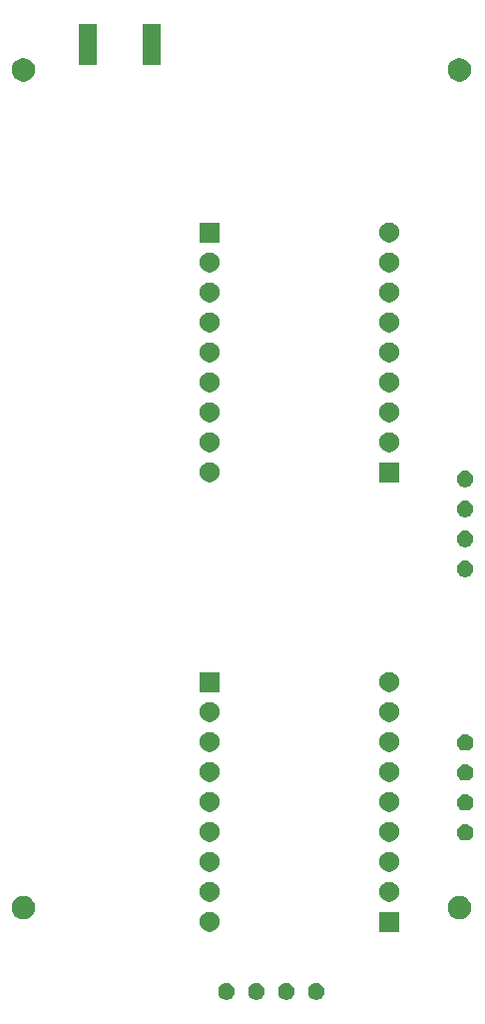
<source format=gbr>
G04 #@! TF.GenerationSoftware,KiCad,Pcbnew,9.0.0*
G04 #@! TF.CreationDate,2025-10-14T13:06:04-06:00*
G04 #@! TF.ProjectId,main_board,6d61696e-5f62-46f6-9172-642e6b696361,rev?*
G04 #@! TF.SameCoordinates,Original*
G04 #@! TF.FileFunction,Soldermask,Bot*
G04 #@! TF.FilePolarity,Negative*
%FSLAX46Y46*%
G04 Gerber Fmt 4.6, Leading zero omitted, Abs format (unit mm)*
G04 Created by KiCad (PCBNEW 9.0.0) date 2025-10-14 13:06:04*
%MOMM*%
%LPD*%
G01*
G04 APERTURE LIST*
G04 APERTURE END LIST*
G36*
X139652764Y-148651577D02*
G01*
X139779271Y-148703978D01*
X139893124Y-148780052D01*
X139989948Y-148876876D01*
X140066022Y-148990729D01*
X140118423Y-149117236D01*
X140145137Y-149251535D01*
X140145137Y-149388465D01*
X140118423Y-149522764D01*
X140066022Y-149649271D01*
X139989948Y-149763124D01*
X139893124Y-149859948D01*
X139779271Y-149936022D01*
X139652764Y-149988423D01*
X139518465Y-150015137D01*
X139381535Y-150015137D01*
X139247236Y-149988423D01*
X139120729Y-149936022D01*
X139006876Y-149859948D01*
X138910052Y-149763124D01*
X138833978Y-149649271D01*
X138781577Y-149522764D01*
X138754863Y-149388465D01*
X138754863Y-149251535D01*
X138781577Y-149117236D01*
X138833978Y-148990729D01*
X138910052Y-148876876D01*
X139006876Y-148780052D01*
X139120729Y-148703978D01*
X139247236Y-148651577D01*
X139381535Y-148624863D01*
X139518465Y-148624863D01*
X139652764Y-148651577D01*
G37*
G36*
X142192764Y-148651577D02*
G01*
X142319271Y-148703978D01*
X142433124Y-148780052D01*
X142529948Y-148876876D01*
X142606022Y-148990729D01*
X142658423Y-149117236D01*
X142685137Y-149251535D01*
X142685137Y-149388465D01*
X142658423Y-149522764D01*
X142606022Y-149649271D01*
X142529948Y-149763124D01*
X142433124Y-149859948D01*
X142319271Y-149936022D01*
X142192764Y-149988423D01*
X142058465Y-150015137D01*
X141921535Y-150015137D01*
X141787236Y-149988423D01*
X141660729Y-149936022D01*
X141546876Y-149859948D01*
X141450052Y-149763124D01*
X141373978Y-149649271D01*
X141321577Y-149522764D01*
X141294863Y-149388465D01*
X141294863Y-149251535D01*
X141321577Y-149117236D01*
X141373978Y-148990729D01*
X141450052Y-148876876D01*
X141546876Y-148780052D01*
X141660729Y-148703978D01*
X141787236Y-148651577D01*
X141921535Y-148624863D01*
X142058465Y-148624863D01*
X142192764Y-148651577D01*
G37*
G36*
X144732764Y-148651577D02*
G01*
X144859271Y-148703978D01*
X144973124Y-148780052D01*
X145069948Y-148876876D01*
X145146022Y-148990729D01*
X145198423Y-149117236D01*
X145225137Y-149251535D01*
X145225137Y-149388465D01*
X145198423Y-149522764D01*
X145146022Y-149649271D01*
X145069948Y-149763124D01*
X144973124Y-149859948D01*
X144859271Y-149936022D01*
X144732764Y-149988423D01*
X144598465Y-150015137D01*
X144461535Y-150015137D01*
X144327236Y-149988423D01*
X144200729Y-149936022D01*
X144086876Y-149859948D01*
X143990052Y-149763124D01*
X143913978Y-149649271D01*
X143861577Y-149522764D01*
X143834863Y-149388465D01*
X143834863Y-149251535D01*
X143861577Y-149117236D01*
X143913978Y-148990729D01*
X143990052Y-148876876D01*
X144086876Y-148780052D01*
X144200729Y-148703978D01*
X144327236Y-148651577D01*
X144461535Y-148624863D01*
X144598465Y-148624863D01*
X144732764Y-148651577D01*
G37*
G36*
X147272764Y-148651577D02*
G01*
X147399271Y-148703978D01*
X147513124Y-148780052D01*
X147609948Y-148876876D01*
X147686022Y-148990729D01*
X147738423Y-149117236D01*
X147765137Y-149251535D01*
X147765137Y-149388465D01*
X147738423Y-149522764D01*
X147686022Y-149649271D01*
X147609948Y-149763124D01*
X147513124Y-149859948D01*
X147399271Y-149936022D01*
X147272764Y-149988423D01*
X147138465Y-150015137D01*
X147001535Y-150015137D01*
X146867236Y-149988423D01*
X146740729Y-149936022D01*
X146626876Y-149859948D01*
X146530052Y-149763124D01*
X146453978Y-149649271D01*
X146401577Y-149522764D01*
X146374863Y-149388465D01*
X146374863Y-149251535D01*
X146401577Y-149117236D01*
X146453978Y-148990729D01*
X146530052Y-148876876D01*
X146626876Y-148780052D01*
X146740729Y-148703978D01*
X146867236Y-148651577D01*
X147001535Y-148624863D01*
X147138465Y-148624863D01*
X147272764Y-148651577D01*
G37*
G36*
X154120000Y-144260000D02*
G01*
X152420000Y-144260000D01*
X152420000Y-142560000D01*
X154120000Y-142560000D01*
X154120000Y-144260000D01*
G37*
G36*
X138276742Y-142596601D02*
G01*
X138430687Y-142660367D01*
X138569234Y-142752941D01*
X138687059Y-142870766D01*
X138779633Y-143009313D01*
X138843399Y-143163258D01*
X138875907Y-143326685D01*
X138875907Y-143493315D01*
X138843399Y-143656742D01*
X138779633Y-143810687D01*
X138687059Y-143949234D01*
X138569234Y-144067059D01*
X138430687Y-144159633D01*
X138276742Y-144223399D01*
X138113315Y-144255907D01*
X137946685Y-144255907D01*
X137783258Y-144223399D01*
X137629313Y-144159633D01*
X137490766Y-144067059D01*
X137372941Y-143949234D01*
X137280367Y-143810687D01*
X137216601Y-143656742D01*
X137184093Y-143493315D01*
X137184093Y-143326685D01*
X137216601Y-143163258D01*
X137280367Y-143009313D01*
X137372941Y-142870766D01*
X137490766Y-142752941D01*
X137629313Y-142660367D01*
X137783258Y-142596601D01*
X137946685Y-142564093D01*
X138113315Y-142564093D01*
X138276742Y-142596601D01*
G37*
G36*
X122520285Y-141263060D02*
G01*
X122701397Y-141338079D01*
X122864393Y-141446990D01*
X123003010Y-141585607D01*
X123111921Y-141748603D01*
X123186940Y-141929715D01*
X123225185Y-142121983D01*
X123225185Y-142318017D01*
X123186940Y-142510285D01*
X123111921Y-142691397D01*
X123003010Y-142854393D01*
X122864393Y-142993010D01*
X122701397Y-143101921D01*
X122520285Y-143176940D01*
X122328017Y-143215185D01*
X122131983Y-143215185D01*
X121939715Y-143176940D01*
X121758603Y-143101921D01*
X121595607Y-142993010D01*
X121456990Y-142854393D01*
X121348079Y-142691397D01*
X121273060Y-142510285D01*
X121234815Y-142318017D01*
X121234815Y-142121983D01*
X121273060Y-141929715D01*
X121348079Y-141748603D01*
X121456990Y-141585607D01*
X121595607Y-141446990D01*
X121758603Y-141338079D01*
X121939715Y-141263060D01*
X122131983Y-141224815D01*
X122328017Y-141224815D01*
X122520285Y-141263060D01*
G37*
G36*
X159520285Y-141263060D02*
G01*
X159701397Y-141338079D01*
X159864393Y-141446990D01*
X160003010Y-141585607D01*
X160111921Y-141748603D01*
X160186940Y-141929715D01*
X160225185Y-142121983D01*
X160225185Y-142318017D01*
X160186940Y-142510285D01*
X160111921Y-142691397D01*
X160003010Y-142854393D01*
X159864393Y-142993010D01*
X159701397Y-143101921D01*
X159520285Y-143176940D01*
X159328017Y-143215185D01*
X159131983Y-143215185D01*
X158939715Y-143176940D01*
X158758603Y-143101921D01*
X158595607Y-142993010D01*
X158456990Y-142854393D01*
X158348079Y-142691397D01*
X158273060Y-142510285D01*
X158234815Y-142318017D01*
X158234815Y-142121983D01*
X158273060Y-141929715D01*
X158348079Y-141748603D01*
X158456990Y-141585607D01*
X158595607Y-141446990D01*
X158758603Y-141338079D01*
X158939715Y-141263060D01*
X159131983Y-141224815D01*
X159328017Y-141224815D01*
X159520285Y-141263060D01*
G37*
G36*
X138276742Y-140056601D02*
G01*
X138430687Y-140120367D01*
X138569234Y-140212941D01*
X138687059Y-140330766D01*
X138779633Y-140469313D01*
X138843399Y-140623258D01*
X138875907Y-140786685D01*
X138875907Y-140953315D01*
X138843399Y-141116742D01*
X138779633Y-141270687D01*
X138687059Y-141409234D01*
X138569234Y-141527059D01*
X138430687Y-141619633D01*
X138276742Y-141683399D01*
X138113315Y-141715907D01*
X137946685Y-141715907D01*
X137783258Y-141683399D01*
X137629313Y-141619633D01*
X137490766Y-141527059D01*
X137372941Y-141409234D01*
X137280367Y-141270687D01*
X137216601Y-141116742D01*
X137184093Y-140953315D01*
X137184093Y-140786685D01*
X137216601Y-140623258D01*
X137280367Y-140469313D01*
X137372941Y-140330766D01*
X137490766Y-140212941D01*
X137629313Y-140120367D01*
X137783258Y-140056601D01*
X137946685Y-140024093D01*
X138113315Y-140024093D01*
X138276742Y-140056601D01*
G37*
G36*
X153516742Y-140056601D02*
G01*
X153670687Y-140120367D01*
X153809234Y-140212941D01*
X153927059Y-140330766D01*
X154019633Y-140469313D01*
X154083399Y-140623258D01*
X154115907Y-140786685D01*
X154115907Y-140953315D01*
X154083399Y-141116742D01*
X154019633Y-141270687D01*
X153927059Y-141409234D01*
X153809234Y-141527059D01*
X153670687Y-141619633D01*
X153516742Y-141683399D01*
X153353315Y-141715907D01*
X153186685Y-141715907D01*
X153023258Y-141683399D01*
X152869313Y-141619633D01*
X152730766Y-141527059D01*
X152612941Y-141409234D01*
X152520367Y-141270687D01*
X152456601Y-141116742D01*
X152424093Y-140953315D01*
X152424093Y-140786685D01*
X152456601Y-140623258D01*
X152520367Y-140469313D01*
X152612941Y-140330766D01*
X152730766Y-140212941D01*
X152869313Y-140120367D01*
X153023258Y-140056601D01*
X153186685Y-140024093D01*
X153353315Y-140024093D01*
X153516742Y-140056601D01*
G37*
G36*
X138276742Y-137516601D02*
G01*
X138430687Y-137580367D01*
X138569234Y-137672941D01*
X138687059Y-137790766D01*
X138779633Y-137929313D01*
X138843399Y-138083258D01*
X138875907Y-138246685D01*
X138875907Y-138413315D01*
X138843399Y-138576742D01*
X138779633Y-138730687D01*
X138687059Y-138869234D01*
X138569234Y-138987059D01*
X138430687Y-139079633D01*
X138276742Y-139143399D01*
X138113315Y-139175907D01*
X137946685Y-139175907D01*
X137783258Y-139143399D01*
X137629313Y-139079633D01*
X137490766Y-138987059D01*
X137372941Y-138869234D01*
X137280367Y-138730687D01*
X137216601Y-138576742D01*
X137184093Y-138413315D01*
X137184093Y-138246685D01*
X137216601Y-138083258D01*
X137280367Y-137929313D01*
X137372941Y-137790766D01*
X137490766Y-137672941D01*
X137629313Y-137580367D01*
X137783258Y-137516601D01*
X137946685Y-137484093D01*
X138113315Y-137484093D01*
X138276742Y-137516601D01*
G37*
G36*
X153516742Y-137516601D02*
G01*
X153670687Y-137580367D01*
X153809234Y-137672941D01*
X153927059Y-137790766D01*
X154019633Y-137929313D01*
X154083399Y-138083258D01*
X154115907Y-138246685D01*
X154115907Y-138413315D01*
X154083399Y-138576742D01*
X154019633Y-138730687D01*
X153927059Y-138869234D01*
X153809234Y-138987059D01*
X153670687Y-139079633D01*
X153516742Y-139143399D01*
X153353315Y-139175907D01*
X153186685Y-139175907D01*
X153023258Y-139143399D01*
X152869313Y-139079633D01*
X152730766Y-138987059D01*
X152612941Y-138869234D01*
X152520367Y-138730687D01*
X152456601Y-138576742D01*
X152424093Y-138413315D01*
X152424093Y-138246685D01*
X152456601Y-138083258D01*
X152520367Y-137929313D01*
X152612941Y-137790766D01*
X152730766Y-137672941D01*
X152869313Y-137580367D01*
X153023258Y-137516601D01*
X153186685Y-137484093D01*
X153353315Y-137484093D01*
X153516742Y-137516601D01*
G37*
G36*
X138276742Y-134976601D02*
G01*
X138430687Y-135040367D01*
X138569234Y-135132941D01*
X138687059Y-135250766D01*
X138779633Y-135389313D01*
X138843399Y-135543258D01*
X138875907Y-135706685D01*
X138875907Y-135873315D01*
X138843399Y-136036742D01*
X138779633Y-136190687D01*
X138687059Y-136329234D01*
X138569234Y-136447059D01*
X138430687Y-136539633D01*
X138276742Y-136603399D01*
X138113315Y-136635907D01*
X137946685Y-136635907D01*
X137783258Y-136603399D01*
X137629313Y-136539633D01*
X137490766Y-136447059D01*
X137372941Y-136329234D01*
X137280367Y-136190687D01*
X137216601Y-136036742D01*
X137184093Y-135873315D01*
X137184093Y-135706685D01*
X137216601Y-135543258D01*
X137280367Y-135389313D01*
X137372941Y-135250766D01*
X137490766Y-135132941D01*
X137629313Y-135040367D01*
X137783258Y-134976601D01*
X137946685Y-134944093D01*
X138113315Y-134944093D01*
X138276742Y-134976601D01*
G37*
G36*
X153516742Y-134976601D02*
G01*
X153670687Y-135040367D01*
X153809234Y-135132941D01*
X153927059Y-135250766D01*
X154019633Y-135389313D01*
X154083399Y-135543258D01*
X154115907Y-135706685D01*
X154115907Y-135873315D01*
X154083399Y-136036742D01*
X154019633Y-136190687D01*
X153927059Y-136329234D01*
X153809234Y-136447059D01*
X153670687Y-136539633D01*
X153516742Y-136603399D01*
X153353315Y-136635907D01*
X153186685Y-136635907D01*
X153023258Y-136603399D01*
X152869313Y-136539633D01*
X152730766Y-136447059D01*
X152612941Y-136329234D01*
X152520367Y-136190687D01*
X152456601Y-136036742D01*
X152424093Y-135873315D01*
X152424093Y-135706685D01*
X152456601Y-135543258D01*
X152520367Y-135389313D01*
X152612941Y-135250766D01*
X152730766Y-135132941D01*
X152869313Y-135040367D01*
X153023258Y-134976601D01*
X153186685Y-134944093D01*
X153353315Y-134944093D01*
X153516742Y-134976601D01*
G37*
G36*
X159932764Y-135181577D02*
G01*
X160059271Y-135233978D01*
X160173124Y-135310052D01*
X160269948Y-135406876D01*
X160346022Y-135520729D01*
X160398423Y-135647236D01*
X160425137Y-135781535D01*
X160425137Y-135918465D01*
X160398423Y-136052764D01*
X160346022Y-136179271D01*
X160269948Y-136293124D01*
X160173124Y-136389948D01*
X160059271Y-136466022D01*
X159932764Y-136518423D01*
X159798465Y-136545137D01*
X159661535Y-136545137D01*
X159527236Y-136518423D01*
X159400729Y-136466022D01*
X159286876Y-136389948D01*
X159190052Y-136293124D01*
X159113978Y-136179271D01*
X159061577Y-136052764D01*
X159034863Y-135918465D01*
X159034863Y-135781535D01*
X159061577Y-135647236D01*
X159113978Y-135520729D01*
X159190052Y-135406876D01*
X159286876Y-135310052D01*
X159400729Y-135233978D01*
X159527236Y-135181577D01*
X159661535Y-135154863D01*
X159798465Y-135154863D01*
X159932764Y-135181577D01*
G37*
G36*
X138276742Y-132436601D02*
G01*
X138430687Y-132500367D01*
X138569234Y-132592941D01*
X138687059Y-132710766D01*
X138779633Y-132849313D01*
X138843399Y-133003258D01*
X138875907Y-133166685D01*
X138875907Y-133333315D01*
X138843399Y-133496742D01*
X138779633Y-133650687D01*
X138687059Y-133789234D01*
X138569234Y-133907059D01*
X138430687Y-133999633D01*
X138276742Y-134063399D01*
X138113315Y-134095907D01*
X137946685Y-134095907D01*
X137783258Y-134063399D01*
X137629313Y-133999633D01*
X137490766Y-133907059D01*
X137372941Y-133789234D01*
X137280367Y-133650687D01*
X137216601Y-133496742D01*
X137184093Y-133333315D01*
X137184093Y-133166685D01*
X137216601Y-133003258D01*
X137280367Y-132849313D01*
X137372941Y-132710766D01*
X137490766Y-132592941D01*
X137629313Y-132500367D01*
X137783258Y-132436601D01*
X137946685Y-132404093D01*
X138113315Y-132404093D01*
X138276742Y-132436601D01*
G37*
G36*
X153516742Y-132436601D02*
G01*
X153670687Y-132500367D01*
X153809234Y-132592941D01*
X153927059Y-132710766D01*
X154019633Y-132849313D01*
X154083399Y-133003258D01*
X154115907Y-133166685D01*
X154115907Y-133333315D01*
X154083399Y-133496742D01*
X154019633Y-133650687D01*
X153927059Y-133789234D01*
X153809234Y-133907059D01*
X153670687Y-133999633D01*
X153516742Y-134063399D01*
X153353315Y-134095907D01*
X153186685Y-134095907D01*
X153023258Y-134063399D01*
X152869313Y-133999633D01*
X152730766Y-133907059D01*
X152612941Y-133789234D01*
X152520367Y-133650687D01*
X152456601Y-133496742D01*
X152424093Y-133333315D01*
X152424093Y-133166685D01*
X152456601Y-133003258D01*
X152520367Y-132849313D01*
X152612941Y-132710766D01*
X152730766Y-132592941D01*
X152869313Y-132500367D01*
X153023258Y-132436601D01*
X153186685Y-132404093D01*
X153353315Y-132404093D01*
X153516742Y-132436601D01*
G37*
G36*
X159932764Y-132641577D02*
G01*
X160059271Y-132693978D01*
X160173124Y-132770052D01*
X160269948Y-132866876D01*
X160346022Y-132980729D01*
X160398423Y-133107236D01*
X160425137Y-133241535D01*
X160425137Y-133378465D01*
X160398423Y-133512764D01*
X160346022Y-133639271D01*
X160269948Y-133753124D01*
X160173124Y-133849948D01*
X160059271Y-133926022D01*
X159932764Y-133978423D01*
X159798465Y-134005137D01*
X159661535Y-134005137D01*
X159527236Y-133978423D01*
X159400729Y-133926022D01*
X159286876Y-133849948D01*
X159190052Y-133753124D01*
X159113978Y-133639271D01*
X159061577Y-133512764D01*
X159034863Y-133378465D01*
X159034863Y-133241535D01*
X159061577Y-133107236D01*
X159113978Y-132980729D01*
X159190052Y-132866876D01*
X159286876Y-132770052D01*
X159400729Y-132693978D01*
X159527236Y-132641577D01*
X159661535Y-132614863D01*
X159798465Y-132614863D01*
X159932764Y-132641577D01*
G37*
G36*
X138276742Y-129896601D02*
G01*
X138430687Y-129960367D01*
X138569234Y-130052941D01*
X138687059Y-130170766D01*
X138779633Y-130309313D01*
X138843399Y-130463258D01*
X138875907Y-130626685D01*
X138875907Y-130793315D01*
X138843399Y-130956742D01*
X138779633Y-131110687D01*
X138687059Y-131249234D01*
X138569234Y-131367059D01*
X138430687Y-131459633D01*
X138276742Y-131523399D01*
X138113315Y-131555907D01*
X137946685Y-131555907D01*
X137783258Y-131523399D01*
X137629313Y-131459633D01*
X137490766Y-131367059D01*
X137372941Y-131249234D01*
X137280367Y-131110687D01*
X137216601Y-130956742D01*
X137184093Y-130793315D01*
X137184093Y-130626685D01*
X137216601Y-130463258D01*
X137280367Y-130309313D01*
X137372941Y-130170766D01*
X137490766Y-130052941D01*
X137629313Y-129960367D01*
X137783258Y-129896601D01*
X137946685Y-129864093D01*
X138113315Y-129864093D01*
X138276742Y-129896601D01*
G37*
G36*
X153516742Y-129896601D02*
G01*
X153670687Y-129960367D01*
X153809234Y-130052941D01*
X153927059Y-130170766D01*
X154019633Y-130309313D01*
X154083399Y-130463258D01*
X154115907Y-130626685D01*
X154115907Y-130793315D01*
X154083399Y-130956742D01*
X154019633Y-131110687D01*
X153927059Y-131249234D01*
X153809234Y-131367059D01*
X153670687Y-131459633D01*
X153516742Y-131523399D01*
X153353315Y-131555907D01*
X153186685Y-131555907D01*
X153023258Y-131523399D01*
X152869313Y-131459633D01*
X152730766Y-131367059D01*
X152612941Y-131249234D01*
X152520367Y-131110687D01*
X152456601Y-130956742D01*
X152424093Y-130793315D01*
X152424093Y-130626685D01*
X152456601Y-130463258D01*
X152520367Y-130309313D01*
X152612941Y-130170766D01*
X152730766Y-130052941D01*
X152869313Y-129960367D01*
X153023258Y-129896601D01*
X153186685Y-129864093D01*
X153353315Y-129864093D01*
X153516742Y-129896601D01*
G37*
G36*
X159932764Y-130101577D02*
G01*
X160059271Y-130153978D01*
X160173124Y-130230052D01*
X160269948Y-130326876D01*
X160346022Y-130440729D01*
X160398423Y-130567236D01*
X160425137Y-130701535D01*
X160425137Y-130838465D01*
X160398423Y-130972764D01*
X160346022Y-131099271D01*
X160269948Y-131213124D01*
X160173124Y-131309948D01*
X160059271Y-131386022D01*
X159932764Y-131438423D01*
X159798465Y-131465137D01*
X159661535Y-131465137D01*
X159527236Y-131438423D01*
X159400729Y-131386022D01*
X159286876Y-131309948D01*
X159190052Y-131213124D01*
X159113978Y-131099271D01*
X159061577Y-130972764D01*
X159034863Y-130838465D01*
X159034863Y-130701535D01*
X159061577Y-130567236D01*
X159113978Y-130440729D01*
X159190052Y-130326876D01*
X159286876Y-130230052D01*
X159400729Y-130153978D01*
X159527236Y-130101577D01*
X159661535Y-130074863D01*
X159798465Y-130074863D01*
X159932764Y-130101577D01*
G37*
G36*
X138276742Y-127356601D02*
G01*
X138430687Y-127420367D01*
X138569234Y-127512941D01*
X138687059Y-127630766D01*
X138779633Y-127769313D01*
X138843399Y-127923258D01*
X138875907Y-128086685D01*
X138875907Y-128253315D01*
X138843399Y-128416742D01*
X138779633Y-128570687D01*
X138687059Y-128709234D01*
X138569234Y-128827059D01*
X138430687Y-128919633D01*
X138276742Y-128983399D01*
X138113315Y-129015907D01*
X137946685Y-129015907D01*
X137783258Y-128983399D01*
X137629313Y-128919633D01*
X137490766Y-128827059D01*
X137372941Y-128709234D01*
X137280367Y-128570687D01*
X137216601Y-128416742D01*
X137184093Y-128253315D01*
X137184093Y-128086685D01*
X137216601Y-127923258D01*
X137280367Y-127769313D01*
X137372941Y-127630766D01*
X137490766Y-127512941D01*
X137629313Y-127420367D01*
X137783258Y-127356601D01*
X137946685Y-127324093D01*
X138113315Y-127324093D01*
X138276742Y-127356601D01*
G37*
G36*
X153516742Y-127356601D02*
G01*
X153670687Y-127420367D01*
X153809234Y-127512941D01*
X153927059Y-127630766D01*
X154019633Y-127769313D01*
X154083399Y-127923258D01*
X154115907Y-128086685D01*
X154115907Y-128253315D01*
X154083399Y-128416742D01*
X154019633Y-128570687D01*
X153927059Y-128709234D01*
X153809234Y-128827059D01*
X153670687Y-128919633D01*
X153516742Y-128983399D01*
X153353315Y-129015907D01*
X153186685Y-129015907D01*
X153023258Y-128983399D01*
X152869313Y-128919633D01*
X152730766Y-128827059D01*
X152612941Y-128709234D01*
X152520367Y-128570687D01*
X152456601Y-128416742D01*
X152424093Y-128253315D01*
X152424093Y-128086685D01*
X152456601Y-127923258D01*
X152520367Y-127769313D01*
X152612941Y-127630766D01*
X152730766Y-127512941D01*
X152869313Y-127420367D01*
X153023258Y-127356601D01*
X153186685Y-127324093D01*
X153353315Y-127324093D01*
X153516742Y-127356601D01*
G37*
G36*
X159932764Y-127561577D02*
G01*
X160059271Y-127613978D01*
X160173124Y-127690052D01*
X160269948Y-127786876D01*
X160346022Y-127900729D01*
X160398423Y-128027236D01*
X160425137Y-128161535D01*
X160425137Y-128298465D01*
X160398423Y-128432764D01*
X160346022Y-128559271D01*
X160269948Y-128673124D01*
X160173124Y-128769948D01*
X160059271Y-128846022D01*
X159932764Y-128898423D01*
X159798465Y-128925137D01*
X159661535Y-128925137D01*
X159527236Y-128898423D01*
X159400729Y-128846022D01*
X159286876Y-128769948D01*
X159190052Y-128673124D01*
X159113978Y-128559271D01*
X159061577Y-128432764D01*
X159034863Y-128298465D01*
X159034863Y-128161535D01*
X159061577Y-128027236D01*
X159113978Y-127900729D01*
X159190052Y-127786876D01*
X159286876Y-127690052D01*
X159400729Y-127613978D01*
X159527236Y-127561577D01*
X159661535Y-127534863D01*
X159798465Y-127534863D01*
X159932764Y-127561577D01*
G37*
G36*
X138276742Y-124816601D02*
G01*
X138430687Y-124880367D01*
X138569234Y-124972941D01*
X138687059Y-125090766D01*
X138779633Y-125229313D01*
X138843399Y-125383258D01*
X138875907Y-125546685D01*
X138875907Y-125713315D01*
X138843399Y-125876742D01*
X138779633Y-126030687D01*
X138687059Y-126169234D01*
X138569234Y-126287059D01*
X138430687Y-126379633D01*
X138276742Y-126443399D01*
X138113315Y-126475907D01*
X137946685Y-126475907D01*
X137783258Y-126443399D01*
X137629313Y-126379633D01*
X137490766Y-126287059D01*
X137372941Y-126169234D01*
X137280367Y-126030687D01*
X137216601Y-125876742D01*
X137184093Y-125713315D01*
X137184093Y-125546685D01*
X137216601Y-125383258D01*
X137280367Y-125229313D01*
X137372941Y-125090766D01*
X137490766Y-124972941D01*
X137629313Y-124880367D01*
X137783258Y-124816601D01*
X137946685Y-124784093D01*
X138113315Y-124784093D01*
X138276742Y-124816601D01*
G37*
G36*
X153516742Y-124816601D02*
G01*
X153670687Y-124880367D01*
X153809234Y-124972941D01*
X153927059Y-125090766D01*
X154019633Y-125229313D01*
X154083399Y-125383258D01*
X154115907Y-125546685D01*
X154115907Y-125713315D01*
X154083399Y-125876742D01*
X154019633Y-126030687D01*
X153927059Y-126169234D01*
X153809234Y-126287059D01*
X153670687Y-126379633D01*
X153516742Y-126443399D01*
X153353315Y-126475907D01*
X153186685Y-126475907D01*
X153023258Y-126443399D01*
X152869313Y-126379633D01*
X152730766Y-126287059D01*
X152612941Y-126169234D01*
X152520367Y-126030687D01*
X152456601Y-125876742D01*
X152424093Y-125713315D01*
X152424093Y-125546685D01*
X152456601Y-125383258D01*
X152520367Y-125229313D01*
X152612941Y-125090766D01*
X152730766Y-124972941D01*
X152869313Y-124880367D01*
X153023258Y-124816601D01*
X153186685Y-124784093D01*
X153353315Y-124784093D01*
X153516742Y-124816601D01*
G37*
G36*
X138880000Y-123940000D02*
G01*
X137180000Y-123940000D01*
X137180000Y-122240000D01*
X138880000Y-122240000D01*
X138880000Y-123940000D01*
G37*
G36*
X153516742Y-122276601D02*
G01*
X153670687Y-122340367D01*
X153809234Y-122432941D01*
X153927059Y-122550766D01*
X154019633Y-122689313D01*
X154083399Y-122843258D01*
X154115907Y-123006685D01*
X154115907Y-123173315D01*
X154083399Y-123336742D01*
X154019633Y-123490687D01*
X153927059Y-123629234D01*
X153809234Y-123747059D01*
X153670687Y-123839633D01*
X153516742Y-123903399D01*
X153353315Y-123935907D01*
X153186685Y-123935907D01*
X153023258Y-123903399D01*
X152869313Y-123839633D01*
X152730766Y-123747059D01*
X152612941Y-123629234D01*
X152520367Y-123490687D01*
X152456601Y-123336742D01*
X152424093Y-123173315D01*
X152424093Y-123006685D01*
X152456601Y-122843258D01*
X152520367Y-122689313D01*
X152612941Y-122550766D01*
X152730766Y-122432941D01*
X152869313Y-122340367D01*
X153023258Y-122276601D01*
X153186685Y-122244093D01*
X153353315Y-122244093D01*
X153516742Y-122276601D01*
G37*
G36*
X159902764Y-112831577D02*
G01*
X160029271Y-112883978D01*
X160143124Y-112960052D01*
X160239948Y-113056876D01*
X160316022Y-113170729D01*
X160368423Y-113297236D01*
X160395137Y-113431535D01*
X160395137Y-113568465D01*
X160368423Y-113702764D01*
X160316022Y-113829271D01*
X160239948Y-113943124D01*
X160143124Y-114039948D01*
X160029271Y-114116022D01*
X159902764Y-114168423D01*
X159768465Y-114195137D01*
X159631535Y-114195137D01*
X159497236Y-114168423D01*
X159370729Y-114116022D01*
X159256876Y-114039948D01*
X159160052Y-113943124D01*
X159083978Y-113829271D01*
X159031577Y-113702764D01*
X159004863Y-113568465D01*
X159004863Y-113431535D01*
X159031577Y-113297236D01*
X159083978Y-113170729D01*
X159160052Y-113056876D01*
X159256876Y-112960052D01*
X159370729Y-112883978D01*
X159497236Y-112831577D01*
X159631535Y-112804863D01*
X159768465Y-112804863D01*
X159902764Y-112831577D01*
G37*
G36*
X159902764Y-110291577D02*
G01*
X160029271Y-110343978D01*
X160143124Y-110420052D01*
X160239948Y-110516876D01*
X160316022Y-110630729D01*
X160368423Y-110757236D01*
X160395137Y-110891535D01*
X160395137Y-111028465D01*
X160368423Y-111162764D01*
X160316022Y-111289271D01*
X160239948Y-111403124D01*
X160143124Y-111499948D01*
X160029271Y-111576022D01*
X159902764Y-111628423D01*
X159768465Y-111655137D01*
X159631535Y-111655137D01*
X159497236Y-111628423D01*
X159370729Y-111576022D01*
X159256876Y-111499948D01*
X159160052Y-111403124D01*
X159083978Y-111289271D01*
X159031577Y-111162764D01*
X159004863Y-111028465D01*
X159004863Y-110891535D01*
X159031577Y-110757236D01*
X159083978Y-110630729D01*
X159160052Y-110516876D01*
X159256876Y-110420052D01*
X159370729Y-110343978D01*
X159497236Y-110291577D01*
X159631535Y-110264863D01*
X159768465Y-110264863D01*
X159902764Y-110291577D01*
G37*
G36*
X159902764Y-107751577D02*
G01*
X160029271Y-107803978D01*
X160143124Y-107880052D01*
X160239948Y-107976876D01*
X160316022Y-108090729D01*
X160368423Y-108217236D01*
X160395137Y-108351535D01*
X160395137Y-108488465D01*
X160368423Y-108622764D01*
X160316022Y-108749271D01*
X160239948Y-108863124D01*
X160143124Y-108959948D01*
X160029271Y-109036022D01*
X159902764Y-109088423D01*
X159768465Y-109115137D01*
X159631535Y-109115137D01*
X159497236Y-109088423D01*
X159370729Y-109036022D01*
X159256876Y-108959948D01*
X159160052Y-108863124D01*
X159083978Y-108749271D01*
X159031577Y-108622764D01*
X159004863Y-108488465D01*
X159004863Y-108351535D01*
X159031577Y-108217236D01*
X159083978Y-108090729D01*
X159160052Y-107976876D01*
X159256876Y-107880052D01*
X159370729Y-107803978D01*
X159497236Y-107751577D01*
X159631535Y-107724863D01*
X159768465Y-107724863D01*
X159902764Y-107751577D01*
G37*
G36*
X159902764Y-105211577D02*
G01*
X160029271Y-105263978D01*
X160143124Y-105340052D01*
X160239948Y-105436876D01*
X160316022Y-105550729D01*
X160368423Y-105677236D01*
X160395137Y-105811535D01*
X160395137Y-105948465D01*
X160368423Y-106082764D01*
X160316022Y-106209271D01*
X160239948Y-106323124D01*
X160143124Y-106419948D01*
X160029271Y-106496022D01*
X159902764Y-106548423D01*
X159768465Y-106575137D01*
X159631535Y-106575137D01*
X159497236Y-106548423D01*
X159370729Y-106496022D01*
X159256876Y-106419948D01*
X159160052Y-106323124D01*
X159083978Y-106209271D01*
X159031577Y-106082764D01*
X159004863Y-105948465D01*
X159004863Y-105811535D01*
X159031577Y-105677236D01*
X159083978Y-105550729D01*
X159160052Y-105436876D01*
X159256876Y-105340052D01*
X159370729Y-105263978D01*
X159497236Y-105211577D01*
X159631535Y-105184863D01*
X159768465Y-105184863D01*
X159902764Y-105211577D01*
G37*
G36*
X154120000Y-106160000D02*
G01*
X152420000Y-106160000D01*
X152420000Y-104460000D01*
X154120000Y-104460000D01*
X154120000Y-106160000D01*
G37*
G36*
X138276742Y-104496601D02*
G01*
X138430687Y-104560367D01*
X138569234Y-104652941D01*
X138687059Y-104770766D01*
X138779633Y-104909313D01*
X138843399Y-105063258D01*
X138875907Y-105226685D01*
X138875907Y-105393315D01*
X138843399Y-105556742D01*
X138779633Y-105710687D01*
X138687059Y-105849234D01*
X138569234Y-105967059D01*
X138430687Y-106059633D01*
X138276742Y-106123399D01*
X138113315Y-106155907D01*
X137946685Y-106155907D01*
X137783258Y-106123399D01*
X137629313Y-106059633D01*
X137490766Y-105967059D01*
X137372941Y-105849234D01*
X137280367Y-105710687D01*
X137216601Y-105556742D01*
X137184093Y-105393315D01*
X137184093Y-105226685D01*
X137216601Y-105063258D01*
X137280367Y-104909313D01*
X137372941Y-104770766D01*
X137490766Y-104652941D01*
X137629313Y-104560367D01*
X137783258Y-104496601D01*
X137946685Y-104464093D01*
X138113315Y-104464093D01*
X138276742Y-104496601D01*
G37*
G36*
X138276742Y-101956601D02*
G01*
X138430687Y-102020367D01*
X138569234Y-102112941D01*
X138687059Y-102230766D01*
X138779633Y-102369313D01*
X138843399Y-102523258D01*
X138875907Y-102686685D01*
X138875907Y-102853315D01*
X138843399Y-103016742D01*
X138779633Y-103170687D01*
X138687059Y-103309234D01*
X138569234Y-103427059D01*
X138430687Y-103519633D01*
X138276742Y-103583399D01*
X138113315Y-103615907D01*
X137946685Y-103615907D01*
X137783258Y-103583399D01*
X137629313Y-103519633D01*
X137490766Y-103427059D01*
X137372941Y-103309234D01*
X137280367Y-103170687D01*
X137216601Y-103016742D01*
X137184093Y-102853315D01*
X137184093Y-102686685D01*
X137216601Y-102523258D01*
X137280367Y-102369313D01*
X137372941Y-102230766D01*
X137490766Y-102112941D01*
X137629313Y-102020367D01*
X137783258Y-101956601D01*
X137946685Y-101924093D01*
X138113315Y-101924093D01*
X138276742Y-101956601D01*
G37*
G36*
X153516742Y-101956601D02*
G01*
X153670687Y-102020367D01*
X153809234Y-102112941D01*
X153927059Y-102230766D01*
X154019633Y-102369313D01*
X154083399Y-102523258D01*
X154115907Y-102686685D01*
X154115907Y-102853315D01*
X154083399Y-103016742D01*
X154019633Y-103170687D01*
X153927059Y-103309234D01*
X153809234Y-103427059D01*
X153670687Y-103519633D01*
X153516742Y-103583399D01*
X153353315Y-103615907D01*
X153186685Y-103615907D01*
X153023258Y-103583399D01*
X152869313Y-103519633D01*
X152730766Y-103427059D01*
X152612941Y-103309234D01*
X152520367Y-103170687D01*
X152456601Y-103016742D01*
X152424093Y-102853315D01*
X152424093Y-102686685D01*
X152456601Y-102523258D01*
X152520367Y-102369313D01*
X152612941Y-102230766D01*
X152730766Y-102112941D01*
X152869313Y-102020367D01*
X153023258Y-101956601D01*
X153186685Y-101924093D01*
X153353315Y-101924093D01*
X153516742Y-101956601D01*
G37*
G36*
X138276742Y-99416601D02*
G01*
X138430687Y-99480367D01*
X138569234Y-99572941D01*
X138687059Y-99690766D01*
X138779633Y-99829313D01*
X138843399Y-99983258D01*
X138875907Y-100146685D01*
X138875907Y-100313315D01*
X138843399Y-100476742D01*
X138779633Y-100630687D01*
X138687059Y-100769234D01*
X138569234Y-100887059D01*
X138430687Y-100979633D01*
X138276742Y-101043399D01*
X138113315Y-101075907D01*
X137946685Y-101075907D01*
X137783258Y-101043399D01*
X137629313Y-100979633D01*
X137490766Y-100887059D01*
X137372941Y-100769234D01*
X137280367Y-100630687D01*
X137216601Y-100476742D01*
X137184093Y-100313315D01*
X137184093Y-100146685D01*
X137216601Y-99983258D01*
X137280367Y-99829313D01*
X137372941Y-99690766D01*
X137490766Y-99572941D01*
X137629313Y-99480367D01*
X137783258Y-99416601D01*
X137946685Y-99384093D01*
X138113315Y-99384093D01*
X138276742Y-99416601D01*
G37*
G36*
X153516742Y-99416601D02*
G01*
X153670687Y-99480367D01*
X153809234Y-99572941D01*
X153927059Y-99690766D01*
X154019633Y-99829313D01*
X154083399Y-99983258D01*
X154115907Y-100146685D01*
X154115907Y-100313315D01*
X154083399Y-100476742D01*
X154019633Y-100630687D01*
X153927059Y-100769234D01*
X153809234Y-100887059D01*
X153670687Y-100979633D01*
X153516742Y-101043399D01*
X153353315Y-101075907D01*
X153186685Y-101075907D01*
X153023258Y-101043399D01*
X152869313Y-100979633D01*
X152730766Y-100887059D01*
X152612941Y-100769234D01*
X152520367Y-100630687D01*
X152456601Y-100476742D01*
X152424093Y-100313315D01*
X152424093Y-100146685D01*
X152456601Y-99983258D01*
X152520367Y-99829313D01*
X152612941Y-99690766D01*
X152730766Y-99572941D01*
X152869313Y-99480367D01*
X153023258Y-99416601D01*
X153186685Y-99384093D01*
X153353315Y-99384093D01*
X153516742Y-99416601D01*
G37*
G36*
X138276742Y-96876601D02*
G01*
X138430687Y-96940367D01*
X138569234Y-97032941D01*
X138687059Y-97150766D01*
X138779633Y-97289313D01*
X138843399Y-97443258D01*
X138875907Y-97606685D01*
X138875907Y-97773315D01*
X138843399Y-97936742D01*
X138779633Y-98090687D01*
X138687059Y-98229234D01*
X138569234Y-98347059D01*
X138430687Y-98439633D01*
X138276742Y-98503399D01*
X138113315Y-98535907D01*
X137946685Y-98535907D01*
X137783258Y-98503399D01*
X137629313Y-98439633D01*
X137490766Y-98347059D01*
X137372941Y-98229234D01*
X137280367Y-98090687D01*
X137216601Y-97936742D01*
X137184093Y-97773315D01*
X137184093Y-97606685D01*
X137216601Y-97443258D01*
X137280367Y-97289313D01*
X137372941Y-97150766D01*
X137490766Y-97032941D01*
X137629313Y-96940367D01*
X137783258Y-96876601D01*
X137946685Y-96844093D01*
X138113315Y-96844093D01*
X138276742Y-96876601D01*
G37*
G36*
X153516742Y-96876601D02*
G01*
X153670687Y-96940367D01*
X153809234Y-97032941D01*
X153927059Y-97150766D01*
X154019633Y-97289313D01*
X154083399Y-97443258D01*
X154115907Y-97606685D01*
X154115907Y-97773315D01*
X154083399Y-97936742D01*
X154019633Y-98090687D01*
X153927059Y-98229234D01*
X153809234Y-98347059D01*
X153670687Y-98439633D01*
X153516742Y-98503399D01*
X153353315Y-98535907D01*
X153186685Y-98535907D01*
X153023258Y-98503399D01*
X152869313Y-98439633D01*
X152730766Y-98347059D01*
X152612941Y-98229234D01*
X152520367Y-98090687D01*
X152456601Y-97936742D01*
X152424093Y-97773315D01*
X152424093Y-97606685D01*
X152456601Y-97443258D01*
X152520367Y-97289313D01*
X152612941Y-97150766D01*
X152730766Y-97032941D01*
X152869313Y-96940367D01*
X153023258Y-96876601D01*
X153186685Y-96844093D01*
X153353315Y-96844093D01*
X153516742Y-96876601D01*
G37*
G36*
X138276742Y-94336601D02*
G01*
X138430687Y-94400367D01*
X138569234Y-94492941D01*
X138687059Y-94610766D01*
X138779633Y-94749313D01*
X138843399Y-94903258D01*
X138875907Y-95066685D01*
X138875907Y-95233315D01*
X138843399Y-95396742D01*
X138779633Y-95550687D01*
X138687059Y-95689234D01*
X138569234Y-95807059D01*
X138430687Y-95899633D01*
X138276742Y-95963399D01*
X138113315Y-95995907D01*
X137946685Y-95995907D01*
X137783258Y-95963399D01*
X137629313Y-95899633D01*
X137490766Y-95807059D01*
X137372941Y-95689234D01*
X137280367Y-95550687D01*
X137216601Y-95396742D01*
X137184093Y-95233315D01*
X137184093Y-95066685D01*
X137216601Y-94903258D01*
X137280367Y-94749313D01*
X137372941Y-94610766D01*
X137490766Y-94492941D01*
X137629313Y-94400367D01*
X137783258Y-94336601D01*
X137946685Y-94304093D01*
X138113315Y-94304093D01*
X138276742Y-94336601D01*
G37*
G36*
X153516742Y-94336601D02*
G01*
X153670687Y-94400367D01*
X153809234Y-94492941D01*
X153927059Y-94610766D01*
X154019633Y-94749313D01*
X154083399Y-94903258D01*
X154115907Y-95066685D01*
X154115907Y-95233315D01*
X154083399Y-95396742D01*
X154019633Y-95550687D01*
X153927059Y-95689234D01*
X153809234Y-95807059D01*
X153670687Y-95899633D01*
X153516742Y-95963399D01*
X153353315Y-95995907D01*
X153186685Y-95995907D01*
X153023258Y-95963399D01*
X152869313Y-95899633D01*
X152730766Y-95807059D01*
X152612941Y-95689234D01*
X152520367Y-95550687D01*
X152456601Y-95396742D01*
X152424093Y-95233315D01*
X152424093Y-95066685D01*
X152456601Y-94903258D01*
X152520367Y-94749313D01*
X152612941Y-94610766D01*
X152730766Y-94492941D01*
X152869313Y-94400367D01*
X153023258Y-94336601D01*
X153186685Y-94304093D01*
X153353315Y-94304093D01*
X153516742Y-94336601D01*
G37*
G36*
X138276742Y-91796601D02*
G01*
X138430687Y-91860367D01*
X138569234Y-91952941D01*
X138687059Y-92070766D01*
X138779633Y-92209313D01*
X138843399Y-92363258D01*
X138875907Y-92526685D01*
X138875907Y-92693315D01*
X138843399Y-92856742D01*
X138779633Y-93010687D01*
X138687059Y-93149234D01*
X138569234Y-93267059D01*
X138430687Y-93359633D01*
X138276742Y-93423399D01*
X138113315Y-93455907D01*
X137946685Y-93455907D01*
X137783258Y-93423399D01*
X137629313Y-93359633D01*
X137490766Y-93267059D01*
X137372941Y-93149234D01*
X137280367Y-93010687D01*
X137216601Y-92856742D01*
X137184093Y-92693315D01*
X137184093Y-92526685D01*
X137216601Y-92363258D01*
X137280367Y-92209313D01*
X137372941Y-92070766D01*
X137490766Y-91952941D01*
X137629313Y-91860367D01*
X137783258Y-91796601D01*
X137946685Y-91764093D01*
X138113315Y-91764093D01*
X138276742Y-91796601D01*
G37*
G36*
X153516742Y-91796601D02*
G01*
X153670687Y-91860367D01*
X153809234Y-91952941D01*
X153927059Y-92070766D01*
X154019633Y-92209313D01*
X154083399Y-92363258D01*
X154115907Y-92526685D01*
X154115907Y-92693315D01*
X154083399Y-92856742D01*
X154019633Y-93010687D01*
X153927059Y-93149234D01*
X153809234Y-93267059D01*
X153670687Y-93359633D01*
X153516742Y-93423399D01*
X153353315Y-93455907D01*
X153186685Y-93455907D01*
X153023258Y-93423399D01*
X152869313Y-93359633D01*
X152730766Y-93267059D01*
X152612941Y-93149234D01*
X152520367Y-93010687D01*
X152456601Y-92856742D01*
X152424093Y-92693315D01*
X152424093Y-92526685D01*
X152456601Y-92363258D01*
X152520367Y-92209313D01*
X152612941Y-92070766D01*
X152730766Y-91952941D01*
X152869313Y-91860367D01*
X153023258Y-91796601D01*
X153186685Y-91764093D01*
X153353315Y-91764093D01*
X153516742Y-91796601D01*
G37*
G36*
X138276742Y-89256601D02*
G01*
X138430687Y-89320367D01*
X138569234Y-89412941D01*
X138687059Y-89530766D01*
X138779633Y-89669313D01*
X138843399Y-89823258D01*
X138875907Y-89986685D01*
X138875907Y-90153315D01*
X138843399Y-90316742D01*
X138779633Y-90470687D01*
X138687059Y-90609234D01*
X138569234Y-90727059D01*
X138430687Y-90819633D01*
X138276742Y-90883399D01*
X138113315Y-90915907D01*
X137946685Y-90915907D01*
X137783258Y-90883399D01*
X137629313Y-90819633D01*
X137490766Y-90727059D01*
X137372941Y-90609234D01*
X137280367Y-90470687D01*
X137216601Y-90316742D01*
X137184093Y-90153315D01*
X137184093Y-89986685D01*
X137216601Y-89823258D01*
X137280367Y-89669313D01*
X137372941Y-89530766D01*
X137490766Y-89412941D01*
X137629313Y-89320367D01*
X137783258Y-89256601D01*
X137946685Y-89224093D01*
X138113315Y-89224093D01*
X138276742Y-89256601D01*
G37*
G36*
X153516742Y-89256601D02*
G01*
X153670687Y-89320367D01*
X153809234Y-89412941D01*
X153927059Y-89530766D01*
X154019633Y-89669313D01*
X154083399Y-89823258D01*
X154115907Y-89986685D01*
X154115907Y-90153315D01*
X154083399Y-90316742D01*
X154019633Y-90470687D01*
X153927059Y-90609234D01*
X153809234Y-90727059D01*
X153670687Y-90819633D01*
X153516742Y-90883399D01*
X153353315Y-90915907D01*
X153186685Y-90915907D01*
X153023258Y-90883399D01*
X152869313Y-90819633D01*
X152730766Y-90727059D01*
X152612941Y-90609234D01*
X152520367Y-90470687D01*
X152456601Y-90316742D01*
X152424093Y-90153315D01*
X152424093Y-89986685D01*
X152456601Y-89823258D01*
X152520367Y-89669313D01*
X152612941Y-89530766D01*
X152730766Y-89412941D01*
X152869313Y-89320367D01*
X153023258Y-89256601D01*
X153186685Y-89224093D01*
X153353315Y-89224093D01*
X153516742Y-89256601D01*
G37*
G36*
X138276742Y-86716601D02*
G01*
X138430687Y-86780367D01*
X138569234Y-86872941D01*
X138687059Y-86990766D01*
X138779633Y-87129313D01*
X138843399Y-87283258D01*
X138875907Y-87446685D01*
X138875907Y-87613315D01*
X138843399Y-87776742D01*
X138779633Y-87930687D01*
X138687059Y-88069234D01*
X138569234Y-88187059D01*
X138430687Y-88279633D01*
X138276742Y-88343399D01*
X138113315Y-88375907D01*
X137946685Y-88375907D01*
X137783258Y-88343399D01*
X137629313Y-88279633D01*
X137490766Y-88187059D01*
X137372941Y-88069234D01*
X137280367Y-87930687D01*
X137216601Y-87776742D01*
X137184093Y-87613315D01*
X137184093Y-87446685D01*
X137216601Y-87283258D01*
X137280367Y-87129313D01*
X137372941Y-86990766D01*
X137490766Y-86872941D01*
X137629313Y-86780367D01*
X137783258Y-86716601D01*
X137946685Y-86684093D01*
X138113315Y-86684093D01*
X138276742Y-86716601D01*
G37*
G36*
X153516742Y-86716601D02*
G01*
X153670687Y-86780367D01*
X153809234Y-86872941D01*
X153927059Y-86990766D01*
X154019633Y-87129313D01*
X154083399Y-87283258D01*
X154115907Y-87446685D01*
X154115907Y-87613315D01*
X154083399Y-87776742D01*
X154019633Y-87930687D01*
X153927059Y-88069234D01*
X153809234Y-88187059D01*
X153670687Y-88279633D01*
X153516742Y-88343399D01*
X153353315Y-88375907D01*
X153186685Y-88375907D01*
X153023258Y-88343399D01*
X152869313Y-88279633D01*
X152730766Y-88187059D01*
X152612941Y-88069234D01*
X152520367Y-87930687D01*
X152456601Y-87776742D01*
X152424093Y-87613315D01*
X152424093Y-87446685D01*
X152456601Y-87283258D01*
X152520367Y-87129313D01*
X152612941Y-86990766D01*
X152730766Y-86872941D01*
X152869313Y-86780367D01*
X153023258Y-86716601D01*
X153186685Y-86684093D01*
X153353315Y-86684093D01*
X153516742Y-86716601D01*
G37*
G36*
X138880000Y-85840000D02*
G01*
X137180000Y-85840000D01*
X137180000Y-84140000D01*
X138880000Y-84140000D01*
X138880000Y-85840000D01*
G37*
G36*
X153516742Y-84176601D02*
G01*
X153670687Y-84240367D01*
X153809234Y-84332941D01*
X153927059Y-84450766D01*
X154019633Y-84589313D01*
X154083399Y-84743258D01*
X154115907Y-84906685D01*
X154115907Y-85073315D01*
X154083399Y-85236742D01*
X154019633Y-85390687D01*
X153927059Y-85529234D01*
X153809234Y-85647059D01*
X153670687Y-85739633D01*
X153516742Y-85803399D01*
X153353315Y-85835907D01*
X153186685Y-85835907D01*
X153023258Y-85803399D01*
X152869313Y-85739633D01*
X152730766Y-85647059D01*
X152612941Y-85529234D01*
X152520367Y-85390687D01*
X152456601Y-85236742D01*
X152424093Y-85073315D01*
X152424093Y-84906685D01*
X152456601Y-84743258D01*
X152520367Y-84589313D01*
X152612941Y-84450766D01*
X152730766Y-84332941D01*
X152869313Y-84240367D01*
X153023258Y-84176601D01*
X153186685Y-84144093D01*
X153353315Y-84144093D01*
X153516742Y-84176601D01*
G37*
G36*
X122520285Y-70263060D02*
G01*
X122701397Y-70338079D01*
X122864393Y-70446990D01*
X123003010Y-70585607D01*
X123111921Y-70748603D01*
X123186940Y-70929715D01*
X123225185Y-71121983D01*
X123225185Y-71318017D01*
X123186940Y-71510285D01*
X123111921Y-71691397D01*
X123003010Y-71854393D01*
X122864393Y-71993010D01*
X122701397Y-72101921D01*
X122520285Y-72176940D01*
X122328017Y-72215185D01*
X122131983Y-72215185D01*
X121939715Y-72176940D01*
X121758603Y-72101921D01*
X121595607Y-71993010D01*
X121456990Y-71854393D01*
X121348079Y-71691397D01*
X121273060Y-71510285D01*
X121234815Y-71318017D01*
X121234815Y-71121983D01*
X121273060Y-70929715D01*
X121348079Y-70748603D01*
X121456990Y-70585607D01*
X121595607Y-70446990D01*
X121758603Y-70338079D01*
X121939715Y-70263060D01*
X122131983Y-70224815D01*
X122328017Y-70224815D01*
X122520285Y-70263060D01*
G37*
G36*
X159520285Y-70263060D02*
G01*
X159701397Y-70338079D01*
X159864393Y-70446990D01*
X160003010Y-70585607D01*
X160111921Y-70748603D01*
X160186940Y-70929715D01*
X160225185Y-71121983D01*
X160225185Y-71318017D01*
X160186940Y-71510285D01*
X160111921Y-71691397D01*
X160003010Y-71854393D01*
X159864393Y-71993010D01*
X159701397Y-72101921D01*
X159520285Y-72176940D01*
X159328017Y-72215185D01*
X159131983Y-72215185D01*
X158939715Y-72176940D01*
X158758603Y-72101921D01*
X158595607Y-71993010D01*
X158456990Y-71854393D01*
X158348079Y-71691397D01*
X158273060Y-71510285D01*
X158234815Y-71318017D01*
X158234815Y-71121983D01*
X158273060Y-70929715D01*
X158348079Y-70748603D01*
X158456990Y-70585607D01*
X158595607Y-70446990D01*
X158758603Y-70338079D01*
X158939715Y-70263060D01*
X159131983Y-70224815D01*
X159328017Y-70224815D01*
X159520285Y-70263060D01*
G37*
G36*
X128450000Y-70822500D02*
G01*
X126950000Y-70822500D01*
X126950000Y-67322500D01*
X128450000Y-67322500D01*
X128450000Y-70822500D01*
G37*
G36*
X133850000Y-70822500D02*
G01*
X132350000Y-70822500D01*
X132350000Y-67322500D01*
X133850000Y-67322500D01*
X133850000Y-70822500D01*
G37*
M02*

</source>
